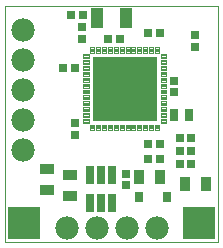
<source format=gbs>
G75*
%MOIN*%
%OFA0B0*%
%FSLAX25Y25*%
%IPPOS*%
%LPD*%
%AMOC8*
5,1,8,0,0,1.08239X$1,22.5*
%
%ADD10C,0.00000*%
%ADD11C,0.00443*%
%ADD12R,0.21654X0.21654*%
%ADD13R,0.02756X0.03150*%
%ADD14R,0.04331X0.07087*%
%ADD15R,0.03150X0.02756*%
%ADD16C,0.07794*%
%ADD17R,0.03150X0.03937*%
%ADD18R,0.11024X0.11024*%
%ADD19C,0.01575*%
%ADD20R,0.05118X0.03543*%
%ADD21R,0.03543X0.05118*%
%ADD22R,0.02717X0.06102*%
%ADD23R,0.02874X0.03661*%
D10*
X0029368Y0014150D02*
X0029368Y0092890D01*
X0100234Y0092890D01*
X0100234Y0014150D01*
X0029368Y0014150D01*
X0031375Y0016748D02*
X0031377Y0016796D01*
X0031383Y0016844D01*
X0031393Y0016891D01*
X0031406Y0016937D01*
X0031424Y0016982D01*
X0031444Y0017026D01*
X0031469Y0017068D01*
X0031497Y0017107D01*
X0031527Y0017144D01*
X0031561Y0017178D01*
X0031598Y0017210D01*
X0031636Y0017239D01*
X0031677Y0017264D01*
X0031720Y0017286D01*
X0031765Y0017304D01*
X0031811Y0017318D01*
X0031858Y0017329D01*
X0031906Y0017336D01*
X0031954Y0017339D01*
X0032002Y0017338D01*
X0032050Y0017333D01*
X0032098Y0017324D01*
X0032144Y0017312D01*
X0032189Y0017295D01*
X0032233Y0017275D01*
X0032275Y0017252D01*
X0032315Y0017225D01*
X0032353Y0017195D01*
X0032388Y0017162D01*
X0032420Y0017126D01*
X0032450Y0017088D01*
X0032476Y0017047D01*
X0032498Y0017004D01*
X0032518Y0016960D01*
X0032533Y0016915D01*
X0032545Y0016868D01*
X0032553Y0016820D01*
X0032557Y0016772D01*
X0032557Y0016724D01*
X0032553Y0016676D01*
X0032545Y0016628D01*
X0032533Y0016581D01*
X0032518Y0016536D01*
X0032498Y0016492D01*
X0032476Y0016449D01*
X0032450Y0016408D01*
X0032420Y0016370D01*
X0032388Y0016334D01*
X0032353Y0016301D01*
X0032315Y0016271D01*
X0032275Y0016244D01*
X0032233Y0016221D01*
X0032189Y0016201D01*
X0032144Y0016184D01*
X0032098Y0016172D01*
X0032050Y0016163D01*
X0032002Y0016158D01*
X0031954Y0016157D01*
X0031906Y0016160D01*
X0031858Y0016167D01*
X0031811Y0016178D01*
X0031765Y0016192D01*
X0031720Y0016210D01*
X0031677Y0016232D01*
X0031636Y0016257D01*
X0031598Y0016286D01*
X0031561Y0016318D01*
X0031527Y0016352D01*
X0031497Y0016389D01*
X0031469Y0016428D01*
X0031444Y0016470D01*
X0031424Y0016514D01*
X0031406Y0016559D01*
X0031393Y0016605D01*
X0031383Y0016652D01*
X0031377Y0016700D01*
X0031375Y0016748D01*
X0031375Y0024150D02*
X0031377Y0024198D01*
X0031383Y0024246D01*
X0031393Y0024293D01*
X0031406Y0024339D01*
X0031424Y0024384D01*
X0031444Y0024428D01*
X0031469Y0024470D01*
X0031497Y0024509D01*
X0031527Y0024546D01*
X0031561Y0024580D01*
X0031598Y0024612D01*
X0031636Y0024641D01*
X0031677Y0024666D01*
X0031720Y0024688D01*
X0031765Y0024706D01*
X0031811Y0024720D01*
X0031858Y0024731D01*
X0031906Y0024738D01*
X0031954Y0024741D01*
X0032002Y0024740D01*
X0032050Y0024735D01*
X0032098Y0024726D01*
X0032144Y0024714D01*
X0032189Y0024697D01*
X0032233Y0024677D01*
X0032275Y0024654D01*
X0032315Y0024627D01*
X0032353Y0024597D01*
X0032388Y0024564D01*
X0032420Y0024528D01*
X0032450Y0024490D01*
X0032476Y0024449D01*
X0032498Y0024406D01*
X0032518Y0024362D01*
X0032533Y0024317D01*
X0032545Y0024270D01*
X0032553Y0024222D01*
X0032557Y0024174D01*
X0032557Y0024126D01*
X0032553Y0024078D01*
X0032545Y0024030D01*
X0032533Y0023983D01*
X0032518Y0023938D01*
X0032498Y0023894D01*
X0032476Y0023851D01*
X0032450Y0023810D01*
X0032420Y0023772D01*
X0032388Y0023736D01*
X0032353Y0023703D01*
X0032315Y0023673D01*
X0032275Y0023646D01*
X0032233Y0023623D01*
X0032189Y0023603D01*
X0032144Y0023586D01*
X0032098Y0023574D01*
X0032050Y0023565D01*
X0032002Y0023560D01*
X0031954Y0023559D01*
X0031906Y0023562D01*
X0031858Y0023569D01*
X0031811Y0023580D01*
X0031765Y0023594D01*
X0031720Y0023612D01*
X0031677Y0023634D01*
X0031636Y0023659D01*
X0031598Y0023688D01*
X0031561Y0023720D01*
X0031527Y0023754D01*
X0031497Y0023791D01*
X0031469Y0023830D01*
X0031444Y0023872D01*
X0031424Y0023916D01*
X0031406Y0023961D01*
X0031393Y0024007D01*
X0031383Y0024054D01*
X0031377Y0024102D01*
X0031375Y0024150D01*
X0038777Y0024150D02*
X0038779Y0024198D01*
X0038785Y0024246D01*
X0038795Y0024293D01*
X0038808Y0024339D01*
X0038826Y0024384D01*
X0038846Y0024428D01*
X0038871Y0024470D01*
X0038899Y0024509D01*
X0038929Y0024546D01*
X0038963Y0024580D01*
X0039000Y0024612D01*
X0039038Y0024641D01*
X0039079Y0024666D01*
X0039122Y0024688D01*
X0039167Y0024706D01*
X0039213Y0024720D01*
X0039260Y0024731D01*
X0039308Y0024738D01*
X0039356Y0024741D01*
X0039404Y0024740D01*
X0039452Y0024735D01*
X0039500Y0024726D01*
X0039546Y0024714D01*
X0039591Y0024697D01*
X0039635Y0024677D01*
X0039677Y0024654D01*
X0039717Y0024627D01*
X0039755Y0024597D01*
X0039790Y0024564D01*
X0039822Y0024528D01*
X0039852Y0024490D01*
X0039878Y0024449D01*
X0039900Y0024406D01*
X0039920Y0024362D01*
X0039935Y0024317D01*
X0039947Y0024270D01*
X0039955Y0024222D01*
X0039959Y0024174D01*
X0039959Y0024126D01*
X0039955Y0024078D01*
X0039947Y0024030D01*
X0039935Y0023983D01*
X0039920Y0023938D01*
X0039900Y0023894D01*
X0039878Y0023851D01*
X0039852Y0023810D01*
X0039822Y0023772D01*
X0039790Y0023736D01*
X0039755Y0023703D01*
X0039717Y0023673D01*
X0039677Y0023646D01*
X0039635Y0023623D01*
X0039591Y0023603D01*
X0039546Y0023586D01*
X0039500Y0023574D01*
X0039452Y0023565D01*
X0039404Y0023560D01*
X0039356Y0023559D01*
X0039308Y0023562D01*
X0039260Y0023569D01*
X0039213Y0023580D01*
X0039167Y0023594D01*
X0039122Y0023612D01*
X0039079Y0023634D01*
X0039038Y0023659D01*
X0039000Y0023688D01*
X0038963Y0023720D01*
X0038929Y0023754D01*
X0038899Y0023791D01*
X0038871Y0023830D01*
X0038846Y0023872D01*
X0038826Y0023916D01*
X0038808Y0023961D01*
X0038795Y0024007D01*
X0038785Y0024054D01*
X0038779Y0024102D01*
X0038777Y0024150D01*
X0038777Y0016748D02*
X0038779Y0016796D01*
X0038785Y0016844D01*
X0038795Y0016891D01*
X0038808Y0016937D01*
X0038826Y0016982D01*
X0038846Y0017026D01*
X0038871Y0017068D01*
X0038899Y0017107D01*
X0038929Y0017144D01*
X0038963Y0017178D01*
X0039000Y0017210D01*
X0039038Y0017239D01*
X0039079Y0017264D01*
X0039122Y0017286D01*
X0039167Y0017304D01*
X0039213Y0017318D01*
X0039260Y0017329D01*
X0039308Y0017336D01*
X0039356Y0017339D01*
X0039404Y0017338D01*
X0039452Y0017333D01*
X0039500Y0017324D01*
X0039546Y0017312D01*
X0039591Y0017295D01*
X0039635Y0017275D01*
X0039677Y0017252D01*
X0039717Y0017225D01*
X0039755Y0017195D01*
X0039790Y0017162D01*
X0039822Y0017126D01*
X0039852Y0017088D01*
X0039878Y0017047D01*
X0039900Y0017004D01*
X0039920Y0016960D01*
X0039935Y0016915D01*
X0039947Y0016868D01*
X0039955Y0016820D01*
X0039959Y0016772D01*
X0039959Y0016724D01*
X0039955Y0016676D01*
X0039947Y0016628D01*
X0039935Y0016581D01*
X0039920Y0016536D01*
X0039900Y0016492D01*
X0039878Y0016449D01*
X0039852Y0016408D01*
X0039822Y0016370D01*
X0039790Y0016334D01*
X0039755Y0016301D01*
X0039717Y0016271D01*
X0039677Y0016244D01*
X0039635Y0016221D01*
X0039591Y0016201D01*
X0039546Y0016184D01*
X0039500Y0016172D01*
X0039452Y0016163D01*
X0039404Y0016158D01*
X0039356Y0016157D01*
X0039308Y0016160D01*
X0039260Y0016167D01*
X0039213Y0016178D01*
X0039167Y0016192D01*
X0039122Y0016210D01*
X0039079Y0016232D01*
X0039038Y0016257D01*
X0039000Y0016286D01*
X0038963Y0016318D01*
X0038929Y0016352D01*
X0038899Y0016389D01*
X0038871Y0016428D01*
X0038846Y0016470D01*
X0038826Y0016514D01*
X0038808Y0016559D01*
X0038795Y0016605D01*
X0038785Y0016652D01*
X0038779Y0016700D01*
X0038777Y0016748D01*
X0089643Y0016748D02*
X0089645Y0016796D01*
X0089651Y0016844D01*
X0089661Y0016891D01*
X0089674Y0016937D01*
X0089692Y0016982D01*
X0089712Y0017026D01*
X0089737Y0017068D01*
X0089765Y0017107D01*
X0089795Y0017144D01*
X0089829Y0017178D01*
X0089866Y0017210D01*
X0089904Y0017239D01*
X0089945Y0017264D01*
X0089988Y0017286D01*
X0090033Y0017304D01*
X0090079Y0017318D01*
X0090126Y0017329D01*
X0090174Y0017336D01*
X0090222Y0017339D01*
X0090270Y0017338D01*
X0090318Y0017333D01*
X0090366Y0017324D01*
X0090412Y0017312D01*
X0090457Y0017295D01*
X0090501Y0017275D01*
X0090543Y0017252D01*
X0090583Y0017225D01*
X0090621Y0017195D01*
X0090656Y0017162D01*
X0090688Y0017126D01*
X0090718Y0017088D01*
X0090744Y0017047D01*
X0090766Y0017004D01*
X0090786Y0016960D01*
X0090801Y0016915D01*
X0090813Y0016868D01*
X0090821Y0016820D01*
X0090825Y0016772D01*
X0090825Y0016724D01*
X0090821Y0016676D01*
X0090813Y0016628D01*
X0090801Y0016581D01*
X0090786Y0016536D01*
X0090766Y0016492D01*
X0090744Y0016449D01*
X0090718Y0016408D01*
X0090688Y0016370D01*
X0090656Y0016334D01*
X0090621Y0016301D01*
X0090583Y0016271D01*
X0090543Y0016244D01*
X0090501Y0016221D01*
X0090457Y0016201D01*
X0090412Y0016184D01*
X0090366Y0016172D01*
X0090318Y0016163D01*
X0090270Y0016158D01*
X0090222Y0016157D01*
X0090174Y0016160D01*
X0090126Y0016167D01*
X0090079Y0016178D01*
X0090033Y0016192D01*
X0089988Y0016210D01*
X0089945Y0016232D01*
X0089904Y0016257D01*
X0089866Y0016286D01*
X0089829Y0016318D01*
X0089795Y0016352D01*
X0089765Y0016389D01*
X0089737Y0016428D01*
X0089712Y0016470D01*
X0089692Y0016514D01*
X0089674Y0016559D01*
X0089661Y0016605D01*
X0089651Y0016652D01*
X0089645Y0016700D01*
X0089643Y0016748D01*
X0089643Y0024150D02*
X0089645Y0024198D01*
X0089651Y0024246D01*
X0089661Y0024293D01*
X0089674Y0024339D01*
X0089692Y0024384D01*
X0089712Y0024428D01*
X0089737Y0024470D01*
X0089765Y0024509D01*
X0089795Y0024546D01*
X0089829Y0024580D01*
X0089866Y0024612D01*
X0089904Y0024641D01*
X0089945Y0024666D01*
X0089988Y0024688D01*
X0090033Y0024706D01*
X0090079Y0024720D01*
X0090126Y0024731D01*
X0090174Y0024738D01*
X0090222Y0024741D01*
X0090270Y0024740D01*
X0090318Y0024735D01*
X0090366Y0024726D01*
X0090412Y0024714D01*
X0090457Y0024697D01*
X0090501Y0024677D01*
X0090543Y0024654D01*
X0090583Y0024627D01*
X0090621Y0024597D01*
X0090656Y0024564D01*
X0090688Y0024528D01*
X0090718Y0024490D01*
X0090744Y0024449D01*
X0090766Y0024406D01*
X0090786Y0024362D01*
X0090801Y0024317D01*
X0090813Y0024270D01*
X0090821Y0024222D01*
X0090825Y0024174D01*
X0090825Y0024126D01*
X0090821Y0024078D01*
X0090813Y0024030D01*
X0090801Y0023983D01*
X0090786Y0023938D01*
X0090766Y0023894D01*
X0090744Y0023851D01*
X0090718Y0023810D01*
X0090688Y0023772D01*
X0090656Y0023736D01*
X0090621Y0023703D01*
X0090583Y0023673D01*
X0090543Y0023646D01*
X0090501Y0023623D01*
X0090457Y0023603D01*
X0090412Y0023586D01*
X0090366Y0023574D01*
X0090318Y0023565D01*
X0090270Y0023560D01*
X0090222Y0023559D01*
X0090174Y0023562D01*
X0090126Y0023569D01*
X0090079Y0023580D01*
X0090033Y0023594D01*
X0089988Y0023612D01*
X0089945Y0023634D01*
X0089904Y0023659D01*
X0089866Y0023688D01*
X0089829Y0023720D01*
X0089795Y0023754D01*
X0089765Y0023791D01*
X0089737Y0023830D01*
X0089712Y0023872D01*
X0089692Y0023916D01*
X0089674Y0023961D01*
X0089661Y0024007D01*
X0089651Y0024054D01*
X0089645Y0024102D01*
X0089643Y0024150D01*
X0097044Y0024150D02*
X0097046Y0024198D01*
X0097052Y0024246D01*
X0097062Y0024293D01*
X0097075Y0024339D01*
X0097093Y0024384D01*
X0097113Y0024428D01*
X0097138Y0024470D01*
X0097166Y0024509D01*
X0097196Y0024546D01*
X0097230Y0024580D01*
X0097267Y0024612D01*
X0097305Y0024641D01*
X0097346Y0024666D01*
X0097389Y0024688D01*
X0097434Y0024706D01*
X0097480Y0024720D01*
X0097527Y0024731D01*
X0097575Y0024738D01*
X0097623Y0024741D01*
X0097671Y0024740D01*
X0097719Y0024735D01*
X0097767Y0024726D01*
X0097813Y0024714D01*
X0097858Y0024697D01*
X0097902Y0024677D01*
X0097944Y0024654D01*
X0097984Y0024627D01*
X0098022Y0024597D01*
X0098057Y0024564D01*
X0098089Y0024528D01*
X0098119Y0024490D01*
X0098145Y0024449D01*
X0098167Y0024406D01*
X0098187Y0024362D01*
X0098202Y0024317D01*
X0098214Y0024270D01*
X0098222Y0024222D01*
X0098226Y0024174D01*
X0098226Y0024126D01*
X0098222Y0024078D01*
X0098214Y0024030D01*
X0098202Y0023983D01*
X0098187Y0023938D01*
X0098167Y0023894D01*
X0098145Y0023851D01*
X0098119Y0023810D01*
X0098089Y0023772D01*
X0098057Y0023736D01*
X0098022Y0023703D01*
X0097984Y0023673D01*
X0097944Y0023646D01*
X0097902Y0023623D01*
X0097858Y0023603D01*
X0097813Y0023586D01*
X0097767Y0023574D01*
X0097719Y0023565D01*
X0097671Y0023560D01*
X0097623Y0023559D01*
X0097575Y0023562D01*
X0097527Y0023569D01*
X0097480Y0023580D01*
X0097434Y0023594D01*
X0097389Y0023612D01*
X0097346Y0023634D01*
X0097305Y0023659D01*
X0097267Y0023688D01*
X0097230Y0023720D01*
X0097196Y0023754D01*
X0097166Y0023791D01*
X0097138Y0023830D01*
X0097113Y0023872D01*
X0097093Y0023916D01*
X0097075Y0023961D01*
X0097062Y0024007D01*
X0097052Y0024054D01*
X0097046Y0024102D01*
X0097044Y0024150D01*
X0097044Y0016748D02*
X0097046Y0016796D01*
X0097052Y0016844D01*
X0097062Y0016891D01*
X0097075Y0016937D01*
X0097093Y0016982D01*
X0097113Y0017026D01*
X0097138Y0017068D01*
X0097166Y0017107D01*
X0097196Y0017144D01*
X0097230Y0017178D01*
X0097267Y0017210D01*
X0097305Y0017239D01*
X0097346Y0017264D01*
X0097389Y0017286D01*
X0097434Y0017304D01*
X0097480Y0017318D01*
X0097527Y0017329D01*
X0097575Y0017336D01*
X0097623Y0017339D01*
X0097671Y0017338D01*
X0097719Y0017333D01*
X0097767Y0017324D01*
X0097813Y0017312D01*
X0097858Y0017295D01*
X0097902Y0017275D01*
X0097944Y0017252D01*
X0097984Y0017225D01*
X0098022Y0017195D01*
X0098057Y0017162D01*
X0098089Y0017126D01*
X0098119Y0017088D01*
X0098145Y0017047D01*
X0098167Y0017004D01*
X0098187Y0016960D01*
X0098202Y0016915D01*
X0098214Y0016868D01*
X0098222Y0016820D01*
X0098226Y0016772D01*
X0098226Y0016724D01*
X0098222Y0016676D01*
X0098214Y0016628D01*
X0098202Y0016581D01*
X0098187Y0016536D01*
X0098167Y0016492D01*
X0098145Y0016449D01*
X0098119Y0016408D01*
X0098089Y0016370D01*
X0098057Y0016334D01*
X0098022Y0016301D01*
X0097984Y0016271D01*
X0097944Y0016244D01*
X0097902Y0016221D01*
X0097858Y0016201D01*
X0097813Y0016184D01*
X0097767Y0016172D01*
X0097719Y0016163D01*
X0097671Y0016158D01*
X0097623Y0016157D01*
X0097575Y0016160D01*
X0097527Y0016167D01*
X0097480Y0016178D01*
X0097434Y0016192D01*
X0097389Y0016210D01*
X0097346Y0016232D01*
X0097305Y0016257D01*
X0097267Y0016286D01*
X0097230Y0016318D01*
X0097196Y0016352D01*
X0097166Y0016389D01*
X0097138Y0016428D01*
X0097113Y0016470D01*
X0097093Y0016514D01*
X0097075Y0016559D01*
X0097062Y0016605D01*
X0097052Y0016652D01*
X0097046Y0016700D01*
X0097044Y0016748D01*
D11*
X0079293Y0051615D02*
X0079293Y0053337D01*
X0080623Y0053337D01*
X0080623Y0051615D01*
X0079293Y0051615D01*
X0079293Y0052057D02*
X0080623Y0052057D01*
X0080623Y0052499D02*
X0079293Y0052499D01*
X0079293Y0052941D02*
X0080623Y0052941D01*
X0081125Y0053839D02*
X0082847Y0053839D01*
X0081125Y0053839D02*
X0081125Y0055169D01*
X0082847Y0055169D01*
X0082847Y0053839D01*
X0082847Y0054281D02*
X0081125Y0054281D01*
X0081125Y0054723D02*
X0082847Y0054723D01*
X0082847Y0055165D02*
X0081125Y0055165D01*
X0081125Y0055807D02*
X0082847Y0055807D01*
X0081125Y0055807D02*
X0081125Y0057137D01*
X0082847Y0057137D01*
X0082847Y0055807D01*
X0082847Y0056249D02*
X0081125Y0056249D01*
X0081125Y0056691D02*
X0082847Y0056691D01*
X0082847Y0057133D02*
X0081125Y0057133D01*
X0081125Y0057776D02*
X0082847Y0057776D01*
X0081125Y0057776D02*
X0081125Y0059106D01*
X0082847Y0059106D01*
X0082847Y0057776D01*
X0082847Y0058218D02*
X0081125Y0058218D01*
X0081125Y0058660D02*
X0082847Y0058660D01*
X0082847Y0059102D02*
X0081125Y0059102D01*
X0081125Y0059744D02*
X0082847Y0059744D01*
X0081125Y0059744D02*
X0081125Y0061074D01*
X0082847Y0061074D01*
X0082847Y0059744D01*
X0082847Y0060186D02*
X0081125Y0060186D01*
X0081125Y0060628D02*
X0082847Y0060628D01*
X0082847Y0061070D02*
X0081125Y0061070D01*
X0081125Y0061713D02*
X0082847Y0061713D01*
X0081125Y0061713D02*
X0081125Y0063043D01*
X0082847Y0063043D01*
X0082847Y0061713D01*
X0082847Y0062155D02*
X0081125Y0062155D01*
X0081125Y0062597D02*
X0082847Y0062597D01*
X0082847Y0063039D02*
X0081125Y0063039D01*
X0081125Y0063681D02*
X0082847Y0063681D01*
X0081125Y0063681D02*
X0081125Y0065011D01*
X0082847Y0065011D01*
X0082847Y0063681D01*
X0082847Y0064123D02*
X0081125Y0064123D01*
X0081125Y0064565D02*
X0082847Y0064565D01*
X0082847Y0065007D02*
X0081125Y0065007D01*
X0081125Y0065650D02*
X0082847Y0065650D01*
X0081125Y0065650D02*
X0081125Y0066980D01*
X0082847Y0066980D01*
X0082847Y0065650D01*
X0082847Y0066092D02*
X0081125Y0066092D01*
X0081125Y0066534D02*
X0082847Y0066534D01*
X0082847Y0066976D02*
X0081125Y0066976D01*
X0081125Y0067618D02*
X0082847Y0067618D01*
X0081125Y0067618D02*
X0081125Y0068948D01*
X0082847Y0068948D01*
X0082847Y0067618D01*
X0082847Y0068060D02*
X0081125Y0068060D01*
X0081125Y0068502D02*
X0082847Y0068502D01*
X0082847Y0068944D02*
X0081125Y0068944D01*
X0081125Y0069587D02*
X0082847Y0069587D01*
X0081125Y0069587D02*
X0081125Y0070917D01*
X0082847Y0070917D01*
X0082847Y0069587D01*
X0082847Y0070029D02*
X0081125Y0070029D01*
X0081125Y0070471D02*
X0082847Y0070471D01*
X0082847Y0070913D02*
X0081125Y0070913D01*
X0081125Y0071555D02*
X0082847Y0071555D01*
X0081125Y0071555D02*
X0081125Y0072885D01*
X0082847Y0072885D01*
X0082847Y0071555D01*
X0082847Y0071997D02*
X0081125Y0071997D01*
X0081125Y0072439D02*
X0082847Y0072439D01*
X0082847Y0072881D02*
X0081125Y0072881D01*
X0081125Y0073524D02*
X0082847Y0073524D01*
X0081125Y0073524D02*
X0081125Y0074854D01*
X0082847Y0074854D01*
X0082847Y0073524D01*
X0082847Y0073966D02*
X0081125Y0073966D01*
X0081125Y0074408D02*
X0082847Y0074408D01*
X0082847Y0074850D02*
X0081125Y0074850D01*
X0081125Y0075492D02*
X0082847Y0075492D01*
X0081125Y0075492D02*
X0081125Y0076822D01*
X0082847Y0076822D01*
X0082847Y0075492D01*
X0082847Y0075934D02*
X0081125Y0075934D01*
X0081125Y0076376D02*
X0082847Y0076376D01*
X0082847Y0076818D02*
X0081125Y0076818D01*
X0080623Y0077324D02*
X0080623Y0079046D01*
X0080623Y0077324D02*
X0079293Y0077324D01*
X0079293Y0079046D01*
X0080623Y0079046D01*
X0080623Y0077766D02*
X0079293Y0077766D01*
X0079293Y0078208D02*
X0080623Y0078208D01*
X0080623Y0078650D02*
X0079293Y0078650D01*
X0078655Y0079046D02*
X0078655Y0077324D01*
X0077325Y0077324D01*
X0077325Y0079046D01*
X0078655Y0079046D01*
X0078655Y0077766D02*
X0077325Y0077766D01*
X0077325Y0078208D02*
X0078655Y0078208D01*
X0078655Y0078650D02*
X0077325Y0078650D01*
X0076686Y0079046D02*
X0076686Y0077324D01*
X0075356Y0077324D01*
X0075356Y0079046D01*
X0076686Y0079046D01*
X0076686Y0077766D02*
X0075356Y0077766D01*
X0075356Y0078208D02*
X0076686Y0078208D01*
X0076686Y0078650D02*
X0075356Y0078650D01*
X0074718Y0079046D02*
X0074718Y0077324D01*
X0073388Y0077324D01*
X0073388Y0079046D01*
X0074718Y0079046D01*
X0074718Y0077766D02*
X0073388Y0077766D01*
X0073388Y0078208D02*
X0074718Y0078208D01*
X0074718Y0078650D02*
X0073388Y0078650D01*
X0072749Y0079046D02*
X0072749Y0077324D01*
X0071419Y0077324D01*
X0071419Y0079046D01*
X0072749Y0079046D01*
X0072749Y0077766D02*
X0071419Y0077766D01*
X0071419Y0078208D02*
X0072749Y0078208D01*
X0072749Y0078650D02*
X0071419Y0078650D01*
X0070781Y0079046D02*
X0070781Y0077324D01*
X0069451Y0077324D01*
X0069451Y0079046D01*
X0070781Y0079046D01*
X0070781Y0077766D02*
X0069451Y0077766D01*
X0069451Y0078208D02*
X0070781Y0078208D01*
X0070781Y0078650D02*
X0069451Y0078650D01*
X0068812Y0079046D02*
X0068812Y0077324D01*
X0067482Y0077324D01*
X0067482Y0079046D01*
X0068812Y0079046D01*
X0068812Y0077766D02*
X0067482Y0077766D01*
X0067482Y0078208D02*
X0068812Y0078208D01*
X0068812Y0078650D02*
X0067482Y0078650D01*
X0066844Y0079046D02*
X0066844Y0077324D01*
X0065514Y0077324D01*
X0065514Y0079046D01*
X0066844Y0079046D01*
X0066844Y0077766D02*
X0065514Y0077766D01*
X0065514Y0078208D02*
X0066844Y0078208D01*
X0066844Y0078650D02*
X0065514Y0078650D01*
X0064875Y0079046D02*
X0064875Y0077324D01*
X0063545Y0077324D01*
X0063545Y0079046D01*
X0064875Y0079046D01*
X0064875Y0077766D02*
X0063545Y0077766D01*
X0063545Y0078208D02*
X0064875Y0078208D01*
X0064875Y0078650D02*
X0063545Y0078650D01*
X0062907Y0079046D02*
X0062907Y0077324D01*
X0061577Y0077324D01*
X0061577Y0079046D01*
X0062907Y0079046D01*
X0062907Y0077766D02*
X0061577Y0077766D01*
X0061577Y0078208D02*
X0062907Y0078208D01*
X0062907Y0078650D02*
X0061577Y0078650D01*
X0060938Y0079046D02*
X0060938Y0077324D01*
X0059608Y0077324D01*
X0059608Y0079046D01*
X0060938Y0079046D01*
X0060938Y0077766D02*
X0059608Y0077766D01*
X0059608Y0078208D02*
X0060938Y0078208D01*
X0060938Y0078650D02*
X0059608Y0078650D01*
X0058970Y0079046D02*
X0058970Y0077324D01*
X0057640Y0077324D01*
X0057640Y0079046D01*
X0058970Y0079046D01*
X0058970Y0077766D02*
X0057640Y0077766D01*
X0057640Y0078208D02*
X0058970Y0078208D01*
X0058970Y0078650D02*
X0057640Y0078650D01*
X0057138Y0076822D02*
X0055416Y0076822D01*
X0057138Y0076822D02*
X0057138Y0075492D01*
X0055416Y0075492D01*
X0055416Y0076822D01*
X0055416Y0075934D02*
X0057138Y0075934D01*
X0057138Y0076376D02*
X0055416Y0076376D01*
X0055416Y0076818D02*
X0057138Y0076818D01*
X0057138Y0074854D02*
X0055416Y0074854D01*
X0057138Y0074854D02*
X0057138Y0073524D01*
X0055416Y0073524D01*
X0055416Y0074854D01*
X0055416Y0073966D02*
X0057138Y0073966D01*
X0057138Y0074408D02*
X0055416Y0074408D01*
X0055416Y0074850D02*
X0057138Y0074850D01*
X0057138Y0072885D02*
X0055416Y0072885D01*
X0057138Y0072885D02*
X0057138Y0071555D01*
X0055416Y0071555D01*
X0055416Y0072885D01*
X0055416Y0071997D02*
X0057138Y0071997D01*
X0057138Y0072439D02*
X0055416Y0072439D01*
X0055416Y0072881D02*
X0057138Y0072881D01*
X0057138Y0070917D02*
X0055416Y0070917D01*
X0057138Y0070917D02*
X0057138Y0069587D01*
X0055416Y0069587D01*
X0055416Y0070917D01*
X0055416Y0070029D02*
X0057138Y0070029D01*
X0057138Y0070471D02*
X0055416Y0070471D01*
X0055416Y0070913D02*
X0057138Y0070913D01*
X0057138Y0068948D02*
X0055416Y0068948D01*
X0057138Y0068948D02*
X0057138Y0067618D01*
X0055416Y0067618D01*
X0055416Y0068948D01*
X0055416Y0068060D02*
X0057138Y0068060D01*
X0057138Y0068502D02*
X0055416Y0068502D01*
X0055416Y0068944D02*
X0057138Y0068944D01*
X0057138Y0066980D02*
X0055416Y0066980D01*
X0057138Y0066980D02*
X0057138Y0065650D01*
X0055416Y0065650D01*
X0055416Y0066980D01*
X0055416Y0066092D02*
X0057138Y0066092D01*
X0057138Y0066534D02*
X0055416Y0066534D01*
X0055416Y0066976D02*
X0057138Y0066976D01*
X0057138Y0065011D02*
X0055416Y0065011D01*
X0057138Y0065011D02*
X0057138Y0063681D01*
X0055416Y0063681D01*
X0055416Y0065011D01*
X0055416Y0064123D02*
X0057138Y0064123D01*
X0057138Y0064565D02*
X0055416Y0064565D01*
X0055416Y0065007D02*
X0057138Y0065007D01*
X0057138Y0063043D02*
X0055416Y0063043D01*
X0057138Y0063043D02*
X0057138Y0061713D01*
X0055416Y0061713D01*
X0055416Y0063043D01*
X0055416Y0062155D02*
X0057138Y0062155D01*
X0057138Y0062597D02*
X0055416Y0062597D01*
X0055416Y0063039D02*
X0057138Y0063039D01*
X0057138Y0061074D02*
X0055416Y0061074D01*
X0057138Y0061074D02*
X0057138Y0059744D01*
X0055416Y0059744D01*
X0055416Y0061074D01*
X0055416Y0060186D02*
X0057138Y0060186D01*
X0057138Y0060628D02*
X0055416Y0060628D01*
X0055416Y0061070D02*
X0057138Y0061070D01*
X0057138Y0059106D02*
X0055416Y0059106D01*
X0057138Y0059106D02*
X0057138Y0057776D01*
X0055416Y0057776D01*
X0055416Y0059106D01*
X0055416Y0058218D02*
X0057138Y0058218D01*
X0057138Y0058660D02*
X0055416Y0058660D01*
X0055416Y0059102D02*
X0057138Y0059102D01*
X0057138Y0057137D02*
X0055416Y0057137D01*
X0057138Y0057137D02*
X0057138Y0055807D01*
X0055416Y0055807D01*
X0055416Y0057137D01*
X0055416Y0056249D02*
X0057138Y0056249D01*
X0057138Y0056691D02*
X0055416Y0056691D01*
X0055416Y0057133D02*
X0057138Y0057133D01*
X0057138Y0055169D02*
X0055416Y0055169D01*
X0057138Y0055169D02*
X0057138Y0053839D01*
X0055416Y0053839D01*
X0055416Y0055169D01*
X0055416Y0054281D02*
X0057138Y0054281D01*
X0057138Y0054723D02*
X0055416Y0054723D01*
X0055416Y0055165D02*
X0057138Y0055165D01*
X0057640Y0053337D02*
X0057640Y0051615D01*
X0057640Y0053337D02*
X0058970Y0053337D01*
X0058970Y0051615D01*
X0057640Y0051615D01*
X0057640Y0052057D02*
X0058970Y0052057D01*
X0058970Y0052499D02*
X0057640Y0052499D01*
X0057640Y0052941D02*
X0058970Y0052941D01*
X0059608Y0053337D02*
X0059608Y0051615D01*
X0059608Y0053337D02*
X0060938Y0053337D01*
X0060938Y0051615D01*
X0059608Y0051615D01*
X0059608Y0052057D02*
X0060938Y0052057D01*
X0060938Y0052499D02*
X0059608Y0052499D01*
X0059608Y0052941D02*
X0060938Y0052941D01*
X0061577Y0053337D02*
X0061577Y0051615D01*
X0061577Y0053337D02*
X0062907Y0053337D01*
X0062907Y0051615D01*
X0061577Y0051615D01*
X0061577Y0052057D02*
X0062907Y0052057D01*
X0062907Y0052499D02*
X0061577Y0052499D01*
X0061577Y0052941D02*
X0062907Y0052941D01*
X0063545Y0053337D02*
X0063545Y0051615D01*
X0063545Y0053337D02*
X0064875Y0053337D01*
X0064875Y0051615D01*
X0063545Y0051615D01*
X0063545Y0052057D02*
X0064875Y0052057D01*
X0064875Y0052499D02*
X0063545Y0052499D01*
X0063545Y0052941D02*
X0064875Y0052941D01*
X0065514Y0053337D02*
X0065514Y0051615D01*
X0065514Y0053337D02*
X0066844Y0053337D01*
X0066844Y0051615D01*
X0065514Y0051615D01*
X0065514Y0052057D02*
X0066844Y0052057D01*
X0066844Y0052499D02*
X0065514Y0052499D01*
X0065514Y0052941D02*
X0066844Y0052941D01*
X0067482Y0053337D02*
X0067482Y0051615D01*
X0067482Y0053337D02*
X0068812Y0053337D01*
X0068812Y0051615D01*
X0067482Y0051615D01*
X0067482Y0052057D02*
X0068812Y0052057D01*
X0068812Y0052499D02*
X0067482Y0052499D01*
X0067482Y0052941D02*
X0068812Y0052941D01*
X0069451Y0053337D02*
X0069451Y0051615D01*
X0069451Y0053337D02*
X0070781Y0053337D01*
X0070781Y0051615D01*
X0069451Y0051615D01*
X0069451Y0052057D02*
X0070781Y0052057D01*
X0070781Y0052499D02*
X0069451Y0052499D01*
X0069451Y0052941D02*
X0070781Y0052941D01*
X0071419Y0053337D02*
X0071419Y0051615D01*
X0071419Y0053337D02*
X0072749Y0053337D01*
X0072749Y0051615D01*
X0071419Y0051615D01*
X0071419Y0052057D02*
X0072749Y0052057D01*
X0072749Y0052499D02*
X0071419Y0052499D01*
X0071419Y0052941D02*
X0072749Y0052941D01*
X0073388Y0053337D02*
X0073388Y0051615D01*
X0073388Y0053337D02*
X0074718Y0053337D01*
X0074718Y0051615D01*
X0073388Y0051615D01*
X0073388Y0052057D02*
X0074718Y0052057D01*
X0074718Y0052499D02*
X0073388Y0052499D01*
X0073388Y0052941D02*
X0074718Y0052941D01*
X0075356Y0053337D02*
X0075356Y0051615D01*
X0075356Y0053337D02*
X0076686Y0053337D01*
X0076686Y0051615D01*
X0075356Y0051615D01*
X0075356Y0052057D02*
X0076686Y0052057D01*
X0076686Y0052499D02*
X0075356Y0052499D01*
X0075356Y0052941D02*
X0076686Y0052941D01*
X0077325Y0053337D02*
X0077325Y0051615D01*
X0077325Y0053337D02*
X0078655Y0053337D01*
X0078655Y0051615D01*
X0077325Y0051615D01*
X0077325Y0052057D02*
X0078655Y0052057D01*
X0078655Y0052499D02*
X0077325Y0052499D01*
X0077325Y0052941D02*
X0078655Y0052941D01*
D12*
X0069131Y0065331D03*
D13*
X0052596Y0072024D03*
X0048659Y0072024D03*
X0063620Y0081866D03*
X0067557Y0081866D03*
X0077006Y0083835D03*
X0080943Y0083835D03*
X0055352Y0089740D03*
X0051415Y0089740D03*
X0087439Y0048992D03*
X0091376Y0048992D03*
X0091376Y0044504D03*
X0087439Y0044504D03*
X0087439Y0040134D03*
X0091376Y0040134D03*
X0080943Y0041709D03*
X0077006Y0041709D03*
X0077006Y0046827D03*
X0080943Y0046827D03*
D14*
X0069722Y0088756D03*
X0059880Y0088756D03*
D15*
X0054958Y0085803D03*
X0054958Y0081866D03*
X0052596Y0053913D03*
X0052596Y0049976D03*
X0069525Y0036984D03*
X0069525Y0033047D03*
X0085588Y0064071D03*
X0085588Y0068008D03*
X0092754Y0079110D03*
X0092754Y0083047D03*
D16*
X0035273Y0084858D03*
X0035273Y0074858D03*
X0035273Y0064858D03*
X0035273Y0054858D03*
X0035273Y0044858D03*
X0049801Y0018874D03*
X0059801Y0018874D03*
X0069801Y0018874D03*
X0079801Y0018874D03*
D17*
X0085470Y0056472D03*
X0090588Y0056472D03*
D18*
X0093935Y0020449D03*
X0035667Y0020449D03*
D19*
X0039368Y0024150D03*
X0031966Y0024150D03*
X0031966Y0016748D03*
X0039368Y0016748D03*
X0090234Y0016748D03*
X0090234Y0024150D03*
X0097635Y0024150D03*
X0097635Y0016748D03*
D20*
X0051021Y0029504D03*
X0051021Y0036591D03*
X0043147Y0038559D03*
X0043147Y0031472D03*
D21*
X0073856Y0035803D03*
X0080943Y0035803D03*
X0089289Y0033441D03*
X0096376Y0033441D03*
D22*
X0064998Y0036413D03*
X0061257Y0036413D03*
X0057517Y0036413D03*
X0057517Y0027319D03*
X0061257Y0027319D03*
X0064998Y0027319D03*
D23*
X0074053Y0029110D03*
X0083108Y0029110D03*
M02*

</source>
